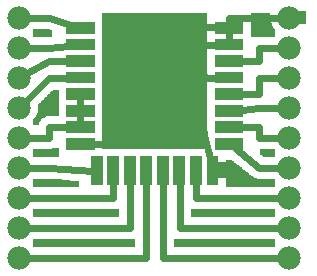
<source format=gtl>
G04 MADE WITH FRITZING*
G04 WWW.FRITZING.ORG*
G04 DOUBLE SIDED*
G04 HOLES PLATED*
G04 CONTOUR ON CENTER OF CONTOUR VECTOR*
%ASAXBY*%
%FSLAX23Y23*%
%MOIN*%
%OFA0B0*%
%SFA1.0B1.0*%
%ADD10C,0.075000*%
%ADD11C,0.078000*%
%ADD12C,0.024000*%
%LNCOPPER1*%
G90*
G70*
G54D10*
X447Y824D03*
G54D11*
X995Y885D03*
X995Y785D03*
X995Y685D03*
X995Y585D03*
X995Y485D03*
X995Y385D03*
X995Y285D03*
X995Y185D03*
X995Y85D03*
X95Y885D03*
X95Y785D03*
X95Y685D03*
X95Y585D03*
X95Y485D03*
X95Y385D03*
X95Y285D03*
X95Y185D03*
X95Y85D03*
G54D12*
X195Y785D02*
X256Y791D01*
D02*
X195Y885D02*
X257Y865D01*
D02*
X195Y520D02*
X256Y520D01*
D02*
X125Y785D02*
X195Y785D01*
D02*
X125Y885D02*
X195Y885D01*
D02*
X195Y485D02*
X195Y520D01*
D02*
X795Y885D02*
X795Y865D01*
D02*
X494Y685D02*
X494Y465D01*
D02*
X494Y465D02*
X342Y465D01*
D02*
X694Y795D02*
X694Y686D01*
D02*
X694Y686D02*
X752Y685D01*
D02*
X752Y795D02*
X694Y795D01*
D02*
X795Y836D02*
X795Y810D01*
D02*
X752Y685D02*
X494Y685D01*
D02*
X965Y885D02*
X795Y885D01*
D02*
X125Y485D02*
X195Y485D01*
D02*
X299Y534D02*
X299Y561D01*
D02*
X299Y589D02*
X299Y616D01*
D02*
X895Y585D02*
X837Y579D01*
D02*
X895Y520D02*
X837Y520D01*
D02*
X895Y485D02*
X895Y520D01*
D02*
X895Y740D02*
X837Y740D01*
D02*
X895Y785D02*
X895Y740D01*
D02*
X895Y630D02*
X837Y630D01*
D02*
X895Y685D02*
X895Y630D01*
D02*
X195Y685D02*
X256Y685D01*
D02*
X965Y485D02*
X895Y485D01*
D02*
X965Y585D02*
X895Y585D01*
D02*
X965Y685D02*
X895Y685D01*
D02*
X965Y785D02*
X895Y785D01*
D02*
X519Y85D02*
X519Y332D01*
D02*
X125Y85D02*
X519Y85D01*
D02*
X464Y185D02*
X464Y332D01*
D02*
X125Y185D02*
X464Y185D01*
D02*
X193Y385D02*
X340Y375D01*
D02*
X409Y285D02*
X409Y332D01*
D02*
X125Y285D02*
X409Y285D01*
D02*
X125Y385D02*
X193Y385D01*
D02*
X116Y606D02*
X195Y685D01*
D02*
X194Y741D02*
X256Y740D01*
D02*
X121Y700D02*
X194Y741D01*
D02*
X695Y585D02*
X715Y481D01*
D02*
X715Y481D02*
X730Y417D01*
D02*
X695Y685D02*
X695Y585D01*
D02*
X752Y685D02*
X695Y685D01*
D02*
X895Y385D02*
X813Y451D01*
D02*
X575Y85D02*
X574Y332D01*
D02*
X965Y85D02*
X574Y85D01*
D02*
X630Y185D02*
X630Y332D01*
D02*
X965Y185D02*
X630Y185D01*
D02*
X685Y285D02*
X685Y332D01*
D02*
X965Y285D02*
X685Y285D01*
D02*
X965Y385D02*
X895Y385D01*
G36*
X372Y900D02*
X372Y448D01*
X722Y448D01*
X722Y900D01*
X372Y900D01*
G37*
D02*
G36*
X868Y900D02*
X868Y820D01*
X888Y820D01*
X888Y822D01*
X946Y822D01*
X946Y824D01*
X948Y824D01*
X948Y846D01*
X946Y846D01*
X946Y848D01*
X944Y848D01*
X944Y852D01*
X942Y852D01*
X942Y854D01*
X940Y854D01*
X940Y858D01*
X938Y858D01*
X938Y860D01*
X936Y860D01*
X936Y866D01*
X934Y866D01*
X934Y870D01*
X932Y870D01*
X932Y880D01*
X930Y880D01*
X930Y900D01*
X868Y900D01*
G37*
D02*
G36*
X142Y848D02*
X142Y844D01*
X140Y844D01*
X140Y824D01*
X142Y824D01*
X142Y822D01*
X204Y822D01*
X204Y844D01*
X198Y844D01*
X198Y846D01*
X192Y846D01*
X192Y848D01*
X142Y848D01*
G37*
D02*
G36*
X206Y644D02*
X206Y642D01*
X204Y642D01*
X204Y640D01*
X202Y640D01*
X202Y638D01*
X200Y638D01*
X200Y636D01*
X198Y636D01*
X198Y634D01*
X196Y634D01*
X196Y632D01*
X194Y632D01*
X194Y630D01*
X192Y630D01*
X192Y628D01*
X190Y628D01*
X190Y626D01*
X188Y626D01*
X188Y624D01*
X186Y624D01*
X186Y622D01*
X184Y622D01*
X184Y620D01*
X182Y620D01*
X182Y618D01*
X180Y618D01*
X180Y616D01*
X178Y616D01*
X178Y614D01*
X176Y614D01*
X176Y612D01*
X174Y612D01*
X174Y610D01*
X172Y610D01*
X172Y608D01*
X170Y608D01*
X170Y606D01*
X168Y606D01*
X168Y604D01*
X166Y604D01*
X166Y602D01*
X164Y602D01*
X164Y600D01*
X162Y600D01*
X162Y598D01*
X160Y598D01*
X160Y596D01*
X158Y596D01*
X158Y572D01*
X156Y572D01*
X156Y566D01*
X154Y566D01*
X154Y562D01*
X152Y562D01*
X152Y558D01*
X150Y558D01*
X150Y554D01*
X148Y554D01*
X148Y552D01*
X146Y552D01*
X146Y550D01*
X144Y550D01*
X144Y548D01*
X142Y548D01*
X142Y544D01*
X140Y544D01*
X140Y528D01*
X160Y528D01*
X160Y534D01*
X162Y534D01*
X162Y538D01*
X164Y538D01*
X164Y542D01*
X166Y542D01*
X166Y544D01*
X168Y544D01*
X168Y546D01*
X170Y546D01*
X170Y548D01*
X172Y548D01*
X172Y550D01*
X176Y550D01*
X176Y552D01*
X180Y552D01*
X180Y554D01*
X184Y554D01*
X184Y556D01*
X226Y556D01*
X226Y644D01*
X206Y644D01*
G37*
D02*
G36*
X204Y450D02*
X204Y448D01*
X142Y448D01*
X142Y444D01*
X140Y444D01*
X140Y424D01*
X142Y424D01*
X142Y422D01*
X226Y422D01*
X226Y450D01*
X204Y450D01*
G37*
D02*
G36*
X898Y448D02*
X898Y428D01*
X902Y428D01*
X902Y426D01*
X904Y426D01*
X904Y424D01*
X906Y424D01*
X906Y422D01*
X946Y422D01*
X946Y424D01*
X948Y424D01*
X948Y446D01*
X946Y446D01*
X946Y448D01*
X898Y448D01*
G37*
D02*
G36*
X784Y410D02*
X784Y322D01*
X946Y322D01*
X946Y324D01*
X948Y324D01*
X948Y346D01*
X946Y346D01*
X946Y348D01*
X886Y348D01*
X886Y350D01*
X880Y350D01*
X880Y352D01*
X876Y352D01*
X876Y354D01*
X874Y354D01*
X874Y356D01*
X870Y356D01*
X870Y358D01*
X868Y358D01*
X868Y360D01*
X866Y360D01*
X866Y362D01*
X862Y362D01*
X862Y364D01*
X860Y364D01*
X860Y366D01*
X858Y366D01*
X858Y368D01*
X856Y368D01*
X856Y370D01*
X852Y370D01*
X852Y372D01*
X850Y372D01*
X850Y374D01*
X848Y374D01*
X848Y376D01*
X846Y376D01*
X846Y378D01*
X842Y378D01*
X842Y380D01*
X840Y380D01*
X840Y382D01*
X838Y382D01*
X838Y384D01*
X836Y384D01*
X836Y386D01*
X832Y386D01*
X832Y388D01*
X830Y388D01*
X830Y390D01*
X828Y390D01*
X828Y392D01*
X826Y392D01*
X826Y394D01*
X822Y394D01*
X822Y396D01*
X820Y396D01*
X820Y398D01*
X818Y398D01*
X818Y400D01*
X814Y400D01*
X814Y402D01*
X812Y402D01*
X812Y404D01*
X810Y404D01*
X810Y406D01*
X808Y406D01*
X808Y408D01*
X804Y408D01*
X804Y410D01*
X784Y410D01*
G37*
D02*
G36*
X142Y348D02*
X142Y344D01*
X140Y344D01*
X140Y324D01*
X142Y324D01*
X142Y322D01*
X294Y322D01*
X294Y342D01*
X264Y342D01*
X264Y344D01*
X236Y344D01*
X236Y346D01*
X206Y346D01*
X206Y348D01*
X142Y348D01*
G37*
D02*
G36*
X142Y248D02*
X142Y244D01*
X140Y244D01*
X140Y224D01*
X142Y224D01*
X142Y222D01*
X428Y222D01*
X428Y248D01*
X142Y248D01*
G37*
D02*
G36*
X666Y248D02*
X666Y222D01*
X946Y222D01*
X946Y224D01*
X948Y224D01*
X948Y246D01*
X946Y246D01*
X946Y248D01*
X666Y248D01*
G37*
D02*
G36*
X142Y148D02*
X142Y144D01*
X140Y144D01*
X140Y124D01*
X142Y124D01*
X142Y122D01*
X482Y122D01*
X482Y148D01*
X142Y148D01*
G37*
D02*
G36*
X612Y148D02*
X612Y122D01*
X946Y122D01*
X946Y124D01*
X948Y124D01*
X948Y146D01*
X946Y146D01*
X946Y148D01*
X612Y148D01*
G37*
D02*
G36*
X1010Y909D02*
X1050Y909D01*
X1050Y864D01*
X1010Y864D01*
X1010Y909D01*
G37*
D02*
G36*
X718Y865D02*
X790Y865D01*
X790Y840D01*
X718Y840D01*
X718Y865D01*
G37*
D02*
G36*
X738Y403D02*
X784Y403D01*
X784Y350D01*
X738Y350D01*
X738Y403D01*
G37*
D02*
G36*
X334Y326D02*
X373Y326D01*
X373Y423D01*
X334Y423D01*
X334Y326D02*
G37*
D02*
G36*
X389Y326D02*
X428Y326D01*
X428Y423D01*
X389Y423D01*
X389Y326D02*
G37*
D02*
G36*
X444Y326D02*
X483Y326D01*
X483Y423D01*
X444Y423D01*
X444Y326D02*
G37*
D02*
G36*
X499Y326D02*
X539Y326D01*
X539Y423D01*
X499Y423D01*
X499Y326D02*
G37*
D02*
G36*
X554Y326D02*
X594Y326D01*
X594Y423D01*
X554Y423D01*
X554Y326D02*
G37*
D02*
G36*
X609Y326D02*
X649Y326D01*
X649Y423D01*
X609Y423D01*
X609Y326D02*
G37*
D02*
G36*
X665Y326D02*
X704Y326D01*
X704Y423D01*
X665Y423D01*
X665Y326D02*
G37*
D02*
G36*
X720Y326D02*
X759Y326D01*
X759Y423D01*
X720Y423D01*
X720Y326D02*
G37*
D02*
G36*
X250Y445D02*
X347Y445D01*
X347Y485D01*
X250Y485D01*
X250Y445D02*
G37*
D02*
G36*
X250Y500D02*
X347Y500D01*
X347Y540D01*
X250Y540D01*
X250Y500D02*
G37*
D02*
G36*
X250Y555D02*
X347Y555D01*
X347Y595D01*
X250Y595D01*
X250Y555D02*
G37*
D02*
G36*
X250Y611D02*
X347Y611D01*
X347Y650D01*
X250Y650D01*
X250Y611D02*
G37*
D02*
G36*
X250Y666D02*
X347Y666D01*
X347Y705D01*
X250Y705D01*
X250Y666D02*
G37*
D02*
G36*
X250Y721D02*
X347Y721D01*
X347Y760D01*
X250Y760D01*
X250Y721D02*
G37*
D02*
G36*
X250Y776D02*
X347Y776D01*
X347Y815D01*
X250Y815D01*
X250Y776D02*
G37*
D02*
G36*
X250Y831D02*
X347Y831D01*
X347Y870D01*
X250Y870D01*
X250Y831D02*
G37*
D02*
G36*
X746Y445D02*
X842Y445D01*
X842Y485D01*
X746Y485D01*
X746Y445D02*
G37*
D02*
G36*
X746Y500D02*
X842Y500D01*
X842Y540D01*
X746Y540D01*
X746Y500D02*
G37*
D02*
G36*
X746Y555D02*
X842Y555D01*
X842Y595D01*
X746Y595D01*
X746Y555D02*
G37*
D02*
G36*
X746Y611D02*
X842Y611D01*
X842Y650D01*
X746Y650D01*
X746Y611D02*
G37*
D02*
G36*
X746Y666D02*
X842Y666D01*
X842Y705D01*
X746Y705D01*
X746Y666D02*
G37*
D02*
G36*
X746Y721D02*
X842Y721D01*
X842Y760D01*
X746Y760D01*
X746Y721D02*
G37*
D02*
G36*
X746Y776D02*
X842Y776D01*
X842Y815D01*
X746Y815D01*
X746Y776D02*
G37*
D02*
G36*
X746Y831D02*
X842Y831D01*
X842Y870D01*
X746Y870D01*
X746Y831D02*
G37*
D02*
G04 End of Copper1*
M02*
</source>
